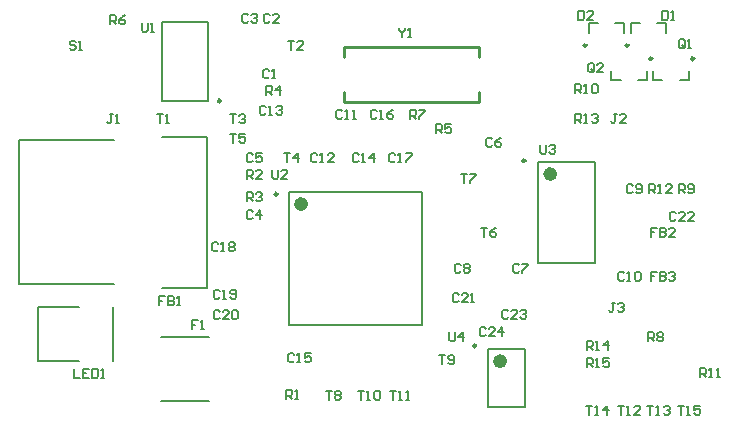
<source format=gto>
G04*
G04 #@! TF.GenerationSoftware,Altium Limited,Altium Designer,19.1.5 (86)*
G04*
G04 Layer_Color=65535*
%FSAX24Y24*%
%MOIN*%
G70*
G01*
G75*
%ADD10C,0.0236*%
%ADD11C,0.0098*%
%ADD12C,0.0079*%
%ADD13C,0.0100*%
%ADD14C,0.0060*%
D10*
X025020Y012717D02*
G03*
X025020Y012717I-000118J000000D01*
G01*
X026693Y018957D02*
G03*
X026693Y018957I-000118J000000D01*
G01*
X018386Y017953D02*
G03*
X018386Y017953I-000118J000000D01*
G01*
D11*
X024104Y013230D02*
G03*
X024104Y013230I-000049J000000D01*
G01*
X025748Y019400D02*
G03*
X025748Y019400I-000049J000000D01*
G01*
X017480Y018287D02*
G03*
X017480Y018287I-000049J000000D01*
G01*
X015591Y021391D02*
G03*
X015591Y021391I-000049J000000D01*
G01*
X029973Y022803D02*
G03*
X029973Y022803I-000049J000000D01*
G01*
X031368D02*
G03*
X031368Y022803I-000049J000000D01*
G01*
X027781Y023247D02*
G03*
X027781Y023247I-000049J000000D01*
G01*
X029181D02*
G03*
X029181Y023247I-000049J000000D01*
G01*
D12*
X024508Y011181D02*
X025728D01*
X024508Y013110D02*
X025728D01*
Y011181D02*
Y013110D01*
X024508Y011181D02*
Y013110D01*
X013593Y013513D02*
X015207D01*
X013593Y011387D02*
X015207D01*
X026181Y016004D02*
Y019350D01*
X028071Y016004D02*
Y019350D01*
X026181D02*
X028071D01*
X026181Y016004D02*
X028071D01*
X017874Y013937D02*
Y018346D01*
X022283Y013937D02*
Y018346D01*
X017874D02*
X022283D01*
X017874Y013937D02*
X022283D01*
X015168Y021381D02*
Y024019D01*
X013632Y021381D02*
Y024019D01*
Y021381D02*
X015168D01*
X013632Y024019D02*
X015168D01*
X029796Y022074D02*
Y022389D01*
X029491Y022074D02*
X029796D01*
X028615D02*
Y022389D01*
Y022074D02*
X028920D01*
X031191D02*
Y022389D01*
X030885Y022074D02*
X031191D01*
X030009D02*
Y022389D01*
Y022074D02*
X030315D01*
X008858Y020079D02*
X012047D01*
X008858Y015276D02*
Y020079D01*
Y015276D02*
X012047D01*
X013622Y015157D02*
X015118D01*
Y020197D01*
X013622D02*
X015118D01*
X009488Y012713D02*
Y014524D01*
X010866D01*
X009488Y012713D02*
X010866D01*
X011988D02*
Y014524D01*
X027859Y023661D02*
Y023976D01*
X028165D01*
X029041Y023661D02*
Y023976D01*
X028735D02*
X029041D01*
X029259Y023661D02*
Y023976D01*
X029565D01*
X030441Y023661D02*
Y023976D01*
X030135D02*
X030441D01*
D13*
X019705Y023194D02*
X024193D01*
X019705Y021344D02*
X024193D01*
X019705Y022860D02*
Y023194D01*
X024193Y022860D02*
Y023194D01*
X019705Y021344D02*
Y021679D01*
X024193Y021344D02*
Y021679D01*
D14*
X020157Y011726D02*
X020357D01*
X020257D01*
Y011426D01*
X020457D02*
X020557D01*
X020507D01*
Y011726D01*
X020457Y011676D01*
X020707D02*
X020757Y011726D01*
X020857D01*
X020907Y011676D01*
Y011476D01*
X020857Y011426D01*
X020757D01*
X020707Y011476D01*
Y011676D01*
X023209Y013686D02*
Y013436D01*
X023259Y013386D01*
X023359D01*
X023409Y013436D01*
Y013686D01*
X023659Y013386D02*
Y013686D01*
X023509Y013536D01*
X023709D01*
X024422Y013793D02*
X024372Y013843D01*
X024272D01*
X024222Y013793D01*
Y013593D01*
X024272Y013543D01*
X024372D01*
X024422Y013593D01*
X024722Y013543D02*
X024522D01*
X024722Y013743D01*
Y013793D01*
X024672Y013843D01*
X024572D01*
X024522Y013793D01*
X024972Y013543D02*
Y013843D01*
X024822Y013693D01*
X025022D01*
X030827Y011225D02*
X031027D01*
X030927D01*
Y010925D01*
X031127D02*
X031227D01*
X031177D01*
Y011225D01*
X031127Y011175D01*
X031577Y011225D02*
X031377D01*
Y011075D01*
X031477Y011125D01*
X031527D01*
X031577Y011075D01*
Y010975D01*
X031527Y010925D01*
X031427D01*
X031377Y010975D01*
X022874Y012920D02*
X023074D01*
X022974D01*
Y012620D01*
X023174Y012670D02*
X023224Y012620D01*
X023324D01*
X023374Y012670D01*
Y012870D01*
X023324Y012920D01*
X023224D01*
X023174Y012870D01*
Y012820D01*
X023224Y012770D01*
X023374D01*
X013743Y014887D02*
X013543D01*
Y014737D01*
X013643D01*
X013543D01*
Y014587D01*
X013843Y014887D02*
Y014587D01*
X013993D01*
X014043Y014637D01*
Y014687D01*
X013993Y014737D01*
X013843D01*
X013993D01*
X014043Y014787D01*
Y014837D01*
X013993Y014887D01*
X013843D01*
X014143Y014587D02*
X014243D01*
X014193D01*
Y014887D01*
X014143Y014837D01*
X026240Y019926D02*
Y019676D01*
X026290Y019626D01*
X026390D01*
X026440Y019676D01*
Y019926D01*
X026540Y019876D02*
X026590Y019926D01*
X026690D01*
X026740Y019876D01*
Y019826D01*
X026690Y019776D01*
X026640D01*
X026690D01*
X026740Y019726D01*
Y019676D01*
X026690Y019626D01*
X026590D01*
X026540Y019676D01*
X010751Y023340D02*
X010701Y023390D01*
X010601D01*
X010551Y023340D01*
Y023290D01*
X010601Y023240D01*
X010701D01*
X010751Y023191D01*
Y023141D01*
X010701Y023091D01*
X010601D01*
X010551Y023141D01*
X010851Y023091D02*
X010951D01*
X010901D01*
Y023390D01*
X010851Y023340D01*
X014826Y014079D02*
X014626D01*
Y013929D01*
X014726D01*
X014626D01*
Y013780D01*
X014926D02*
X015026D01*
X014976D01*
Y014079D01*
X014926Y014029D01*
X027795Y012520D02*
Y012820D01*
X027945D01*
X027995Y012770D01*
Y012670D01*
X027945Y012620D01*
X027795D01*
X027895D02*
X027995Y012520D01*
X028095D02*
X028195D01*
X028145D01*
Y012820D01*
X028095Y012770D01*
X028545Y012820D02*
X028345D01*
Y012670D01*
X028445Y012720D01*
X028495D01*
X028545Y012670D01*
Y012570D01*
X028495Y012520D01*
X028395D01*
X028345Y012570D01*
X027795Y013091D02*
Y013390D01*
X027945D01*
X027995Y013340D01*
Y013240D01*
X027945Y013191D01*
X027795D01*
X027895D02*
X027995Y013091D01*
X028095D02*
X028195D01*
X028145D01*
Y013390D01*
X028095Y013340D01*
X028495Y013091D02*
Y013390D01*
X028345Y013240D01*
X028545D01*
X030121Y015694D02*
X029921D01*
Y015544D01*
X030021D01*
X029921D01*
Y015394D01*
X030221Y015694D02*
Y015394D01*
X030371D01*
X030421Y015444D01*
Y015494D01*
X030371Y015544D01*
X030221D01*
X030371D01*
X030421Y015594D01*
Y015644D01*
X030371Y015694D01*
X030221D01*
X030521Y015644D02*
X030571Y015694D01*
X030671D01*
X030721Y015644D01*
Y015594D01*
X030671Y015544D01*
X030621D01*
X030671D01*
X030721Y015494D01*
Y015444D01*
X030671Y015394D01*
X030571D01*
X030521Y015444D01*
X030121Y017170D02*
X029921D01*
Y017020D01*
X030021D01*
X029921D01*
Y016870D01*
X030221Y017170D02*
Y016870D01*
X030371D01*
X030421Y016920D01*
Y016970D01*
X030371Y017020D01*
X030221D01*
X030371D01*
X030421Y017070D01*
Y017120D01*
X030371Y017170D01*
X030221D01*
X030721Y016870D02*
X030521D01*
X030721Y017070D01*
Y017120D01*
X030671Y017170D01*
X030571D01*
X030521Y017120D01*
X025179Y014384D02*
X025129Y014434D01*
X025029D01*
X024979Y014384D01*
Y014184D01*
X025029Y014134D01*
X025129D01*
X025179Y014184D01*
X025479Y014134D02*
X025279D01*
X025479Y014334D01*
Y014384D01*
X025429Y014434D01*
X025329D01*
X025279Y014384D01*
X025579D02*
X025629Y014434D01*
X025729D01*
X025779Y014384D01*
Y014334D01*
X025729Y014284D01*
X025679D01*
X025729D01*
X025779Y014234D01*
Y014184D01*
X025729Y014134D01*
X025629D01*
X025579Y014184D01*
X030751Y017651D02*
X030701Y017701D01*
X030601D01*
X030551Y017651D01*
Y017452D01*
X030601Y017402D01*
X030701D01*
X030751Y017452D01*
X031051Y017402D02*
X030851D01*
X031051Y017602D01*
Y017651D01*
X031001Y017701D01*
X030901D01*
X030851Y017651D01*
X031351Y017402D02*
X031151D01*
X031351Y017602D01*
Y017651D01*
X031301Y017701D01*
X031201D01*
X031151Y017651D01*
X027776Y011225D02*
X027976D01*
X027876D01*
Y010925D01*
X028075D02*
X028175D01*
X028125D01*
Y011225D01*
X028075Y011175D01*
X028475Y010925D02*
Y011225D01*
X028325Y011075D01*
X028525D01*
X029803Y011225D02*
X030003D01*
X029903D01*
Y010925D01*
X030103D02*
X030203D01*
X030153D01*
Y011225D01*
X030103Y011175D01*
X030353D02*
X030403Y011225D01*
X030503D01*
X030553Y011175D01*
Y011125D01*
X030503Y011075D01*
X030453D01*
X030503D01*
X030553Y011025D01*
Y010975D01*
X030503Y010925D01*
X030403D01*
X030353Y010975D01*
X028819Y011225D02*
X029019D01*
X028919D01*
Y010925D01*
X029119D02*
X029219D01*
X029169D01*
Y011225D01*
X029119Y011175D01*
X029569Y010925D02*
X029369D01*
X029569Y011125D01*
Y011175D01*
X029519Y011225D01*
X029419D01*
X029369Y011175D01*
X021217Y011726D02*
X021417D01*
X021317D01*
Y011426D01*
X021517D02*
X021617D01*
X021567D01*
Y011726D01*
X021517Y011676D01*
X021767Y011426D02*
X021867D01*
X021817D01*
Y011726D01*
X021767Y011676D01*
X019094Y011726D02*
X019294D01*
X019194D01*
Y011426D01*
X019394Y011676D02*
X019444Y011726D01*
X019544D01*
X019594Y011676D01*
Y011626D01*
X019544Y011576D01*
X019594Y011526D01*
Y011476D01*
X019544Y011426D01*
X019444D01*
X019394Y011476D01*
Y011526D01*
X019444Y011576D01*
X019394Y011626D01*
Y011676D01*
X019444Y011576D02*
X019544D01*
X023593Y018961D02*
X023792D01*
X023692D01*
Y018661D01*
X023892Y018961D02*
X024092D01*
Y018911D01*
X023892Y018711D01*
Y018661D01*
X024281Y017170D02*
X024481D01*
X024381D01*
Y016870D01*
X024781Y017170D02*
X024681Y017120D01*
X024581Y017020D01*
Y016920D01*
X024631Y016870D01*
X024731D01*
X024781Y016920D01*
Y016970D01*
X024731Y017020D01*
X024581D01*
X015906Y020950D02*
X016105D01*
X016005D01*
Y020650D01*
X016205Y020900D02*
X016255Y020950D01*
X016355D01*
X016405Y020900D01*
Y020850D01*
X016355Y020800D01*
X016305D01*
X016355D01*
X016405Y020750D01*
Y020700D01*
X016355Y020650D01*
X016255D01*
X016205Y020700D01*
X017835Y023390D02*
X018035D01*
X017935D01*
Y023091D01*
X018334D02*
X018135D01*
X018334Y023290D01*
Y023340D01*
X018284Y023390D01*
X018185D01*
X018135Y023340D01*
X013450Y020950D02*
X013650D01*
X013550D01*
Y020650D01*
X013750D02*
X013850D01*
X013800D01*
Y020950D01*
X013750Y020900D01*
X015906Y020300D02*
X016105D01*
X016005D01*
Y020000D01*
X016405Y020300D02*
X016205D01*
Y020150D01*
X016305Y020200D01*
X016355D01*
X016405Y020150D01*
Y020050D01*
X016355Y020000D01*
X016255D01*
X016205Y020050D01*
X017700Y019650D02*
X017900D01*
X017800D01*
Y019350D01*
X018150D02*
Y019650D01*
X018000Y019500D01*
X018200D01*
X028035Y022392D02*
Y022592D01*
X027985Y022642D01*
X027885D01*
X027835Y022592D01*
Y022392D01*
X027885Y022343D01*
X027985D01*
X027935Y022442D02*
X028035Y022343D01*
X027985D02*
X028035Y022392D01*
X028334Y022343D02*
X028135D01*
X028334Y022542D01*
Y022592D01*
X028284Y022642D01*
X028185D01*
X028135Y022592D01*
X017776Y011457D02*
Y011757D01*
X017926D01*
X017976Y011707D01*
Y011607D01*
X017926Y011557D01*
X017776D01*
X017876D02*
X017976Y011457D01*
X018075D02*
X018175D01*
X018125D01*
Y011757D01*
X018075Y011707D01*
X010700Y012457D02*
Y012157D01*
X010900D01*
X011200Y012457D02*
X011000D01*
Y012157D01*
X011200D01*
X011000Y012307D02*
X011100D01*
X011300Y012457D02*
Y012157D01*
X011450D01*
X011500Y012207D01*
Y012407D01*
X011450Y012457D01*
X011300D01*
X011600Y012157D02*
X011700D01*
X011650D01*
Y012457D01*
X011600Y012407D01*
X021549Y023819D02*
Y023769D01*
X021649Y023669D01*
X021749Y023769D01*
Y023819D01*
X021649Y023669D02*
Y023519D01*
X021849D02*
X021949D01*
X021899D01*
Y023819D01*
X021849Y023769D01*
X017300Y019100D02*
Y018850D01*
X017350Y018800D01*
X017450D01*
X017500Y018850D01*
Y019100D01*
X017800Y018800D02*
X017600D01*
X017800Y019000D01*
Y019050D01*
X017750Y019100D01*
X017650D01*
X017600Y019050D01*
X012962Y024000D02*
Y023750D01*
X013012Y023700D01*
X013112D01*
X013162Y023750D01*
Y024000D01*
X013262Y023700D02*
X013362D01*
X013312D01*
Y024000D01*
X013262Y023950D01*
X027402Y020669D02*
Y020969D01*
X027552D01*
X027602Y020919D01*
Y020819D01*
X027552Y020769D01*
X027402D01*
X027502D02*
X027602Y020669D01*
X027701D02*
X027801D01*
X027751D01*
Y020969D01*
X027701Y020919D01*
X027951D02*
X028001Y020969D01*
X028101D01*
X028151Y020919D01*
Y020869D01*
X028101Y020819D01*
X028051D01*
X028101D01*
X028151Y020769D01*
Y020719D01*
X028101Y020669D01*
X028001D01*
X027951Y020719D01*
X029882Y018317D02*
Y018617D01*
X030032D01*
X030082Y018567D01*
Y018467D01*
X030032Y018417D01*
X029882D01*
X029982D02*
X030082Y018317D01*
X030182D02*
X030282D01*
X030232D01*
Y018617D01*
X030182Y018567D01*
X030632Y018317D02*
X030432D01*
X030632Y018517D01*
Y018567D01*
X030582Y018617D01*
X030482D01*
X030432Y018567D01*
X031575Y012185D02*
Y012485D01*
X031725D01*
X031775Y012435D01*
Y012335D01*
X031725Y012285D01*
X031575D01*
X031675D02*
X031775Y012185D01*
X031875D02*
X031975D01*
X031925D01*
Y012485D01*
X031875Y012435D01*
X032125Y012185D02*
X032225D01*
X032175D01*
Y012485D01*
X032125Y012435D01*
X027402Y021654D02*
Y021953D01*
X027552D01*
X027602Y021903D01*
Y021803D01*
X027552Y021754D01*
X027402D01*
X027502D02*
X027602Y021654D01*
X027701D02*
X027801D01*
X027751D01*
Y021953D01*
X027701Y021903D01*
X027951D02*
X028001Y021953D01*
X028101D01*
X028151Y021903D01*
Y021704D01*
X028101Y021654D01*
X028001D01*
X027951Y021704D01*
Y021903D01*
X030850Y018317D02*
Y018617D01*
X031000D01*
X031050Y018567D01*
Y018467D01*
X031000Y018417D01*
X030850D01*
X030950D02*
X031050Y018317D01*
X031150Y018367D02*
X031200Y018317D01*
X031300D01*
X031350Y018367D01*
Y018567D01*
X031300Y018617D01*
X031200D01*
X031150Y018567D01*
Y018517D01*
X031200Y018467D01*
X031350D01*
X029843Y013386D02*
Y013686D01*
X029992D01*
X030042Y013636D01*
Y013536D01*
X029992Y013486D01*
X029843D01*
X029942D02*
X030042Y013386D01*
X030142Y013636D02*
X030192Y013686D01*
X030292D01*
X030342Y013636D01*
Y013586D01*
X030292Y013536D01*
X030342Y013486D01*
Y013436D01*
X030292Y013386D01*
X030192D01*
X030142Y013436D01*
Y013486D01*
X030192Y013536D01*
X030142Y013586D01*
Y013636D01*
X030192Y013536D02*
X030292D01*
X021909Y020800D02*
Y021100D01*
X022059D01*
X022109Y021050D01*
Y020950D01*
X022059Y020900D01*
X021909D01*
X022009D02*
X022109Y020800D01*
X022209Y021100D02*
X022409D01*
Y021050D01*
X022209Y020850D01*
Y020800D01*
X011900Y023950D02*
Y024250D01*
X012050D01*
X012100Y024200D01*
Y024100D01*
X012050Y024050D01*
X011900D01*
X012000D02*
X012100Y023950D01*
X012400Y024250D02*
X012300Y024200D01*
X012200Y024100D01*
Y024000D01*
X012250Y023950D01*
X012350D01*
X012400Y024000D01*
Y024050D01*
X012350Y024100D01*
X012200D01*
X022776Y020315D02*
Y020615D01*
X022926D01*
X022976Y020565D01*
Y020465D01*
X022926Y020415D01*
X022776D01*
X022876D02*
X022976Y020315D01*
X023275Y020615D02*
X023075D01*
Y020465D01*
X023175Y020515D01*
X023225D01*
X023275Y020465D01*
Y020365D01*
X023225Y020315D01*
X023125D01*
X023075Y020365D01*
X017100Y021600D02*
Y021900D01*
X017250D01*
X017300Y021850D01*
Y021750D01*
X017250Y021700D01*
X017100D01*
X017200D02*
X017300Y021600D01*
X017550D02*
Y021900D01*
X017400Y021750D01*
X017600D01*
X016450Y018050D02*
Y018350D01*
X016600D01*
X016650Y018300D01*
Y018200D01*
X016600Y018150D01*
X016450D01*
X016550D02*
X016650Y018050D01*
X016750Y018300D02*
X016800Y018350D01*
X016900D01*
X016950Y018300D01*
Y018250D01*
X016900Y018200D01*
X016850D01*
X016900D01*
X016950Y018150D01*
Y018100D01*
X016900Y018050D01*
X016800D01*
X016750Y018100D01*
X016450Y018800D02*
Y019100D01*
X016600D01*
X016650Y019050D01*
Y018950D01*
X016600Y018900D01*
X016450D01*
X016550D02*
X016650Y018800D01*
X016950D02*
X016750D01*
X016950Y019000D01*
Y019050D01*
X016900Y019100D01*
X016800D01*
X016750Y019050D01*
X031050Y023200D02*
Y023400D01*
X031000Y023450D01*
X030900D01*
X030850Y023400D01*
Y023200D01*
X030900Y023150D01*
X031000D01*
X030950Y023250D02*
X031050Y023150D01*
X031000D02*
X031050Y023200D01*
X031150Y023150D02*
X031250D01*
X031200D01*
Y023450D01*
X031150Y023400D01*
X028724Y014670D02*
X028624D01*
X028674D01*
Y014420D01*
X028624Y014370D01*
X028574D01*
X028524Y014420D01*
X028824Y014620D02*
X028874Y014670D01*
X028973D01*
X029023Y014620D01*
Y014570D01*
X028973Y014520D01*
X028923D01*
X028973D01*
X029023Y014470D01*
Y014420D01*
X028973Y014370D01*
X028874D01*
X028824Y014420D01*
X028783Y020969D02*
X028683D01*
X028733D01*
Y020719D01*
X028683Y020669D01*
X028633D01*
X028583Y020719D01*
X029083Y020669D02*
X028883D01*
X029083Y020869D01*
Y020919D01*
X029033Y020969D01*
X028933D01*
X028883Y020919D01*
X011991Y020950D02*
X011891D01*
X011941D01*
Y020700D01*
X011891Y020650D01*
X011841D01*
X011791Y020700D01*
X012091Y020650D02*
X012191D01*
X012141D01*
Y020950D01*
X012091Y020900D01*
X027500Y024400D02*
Y024100D01*
X027650D01*
X027700Y024150D01*
Y024350D01*
X027650Y024400D01*
X027500D01*
X028000Y024100D02*
X027800D01*
X028000Y024300D01*
Y024350D01*
X027950Y024400D01*
X027850D01*
X027800Y024350D01*
X030315Y024400D02*
Y024100D01*
X030465D01*
X030515Y024150D01*
Y024350D01*
X030465Y024400D01*
X030315D01*
X030614Y024100D02*
X030714D01*
X030664D01*
Y024400D01*
X030614Y024350D01*
X017217Y024250D02*
X017167Y024300D01*
X017067D01*
X017017Y024250D01*
Y024050D01*
X017067Y024000D01*
X017167D01*
X017217Y024050D01*
X017517Y024000D02*
X017317D01*
X017517Y024200D01*
Y024250D01*
X017467Y024300D01*
X017367D01*
X017317Y024250D01*
X023517Y014924D02*
X023467Y014974D01*
X023367D01*
X023317Y014924D01*
Y014724D01*
X023367Y014674D01*
X023467D01*
X023517Y014724D01*
X023817Y014674D02*
X023617D01*
X023817Y014874D01*
Y014924D01*
X023767Y014974D01*
X023667D01*
X023617Y014924D01*
X023917Y014674D02*
X024017D01*
X023967D01*
Y014974D01*
X023917Y014924D01*
X015550Y014368D02*
X015500Y014418D01*
X015400D01*
X015350Y014368D01*
Y014168D01*
X015400Y014118D01*
X015500D01*
X015550Y014168D01*
X015850Y014118D02*
X015650D01*
X015850Y014318D01*
Y014368D01*
X015800Y014418D01*
X015700D01*
X015650Y014368D01*
X015950D02*
X016000Y014418D01*
X016100D01*
X016150Y014368D01*
Y014168D01*
X016100Y014118D01*
X016000D01*
X015950Y014168D01*
Y014368D01*
X015550Y015050D02*
X015500Y015100D01*
X015400D01*
X015350Y015050D01*
Y014850D01*
X015400Y014800D01*
X015500D01*
X015550Y014850D01*
X015650Y014800D02*
X015750D01*
X015700D01*
Y015100D01*
X015650Y015050D01*
X015900Y014850D02*
X015950Y014800D01*
X016050D01*
X016100Y014850D01*
Y015050D01*
X016050Y015100D01*
X015950D01*
X015900Y015050D01*
Y015000D01*
X015950Y014950D01*
X016100D01*
X015515Y016628D02*
X015465Y016678D01*
X015365D01*
X015315Y016628D01*
Y016428D01*
X015365Y016378D01*
X015465D01*
X015515Y016428D01*
X015615Y016378D02*
X015715D01*
X015665D01*
Y016678D01*
X015615Y016628D01*
X015865D02*
X015915Y016678D01*
X016015D01*
X016065Y016628D01*
Y016578D01*
X016015Y016528D01*
X016065Y016478D01*
Y016428D01*
X016015Y016378D01*
X015915D01*
X015865Y016428D01*
Y016478D01*
X015915Y016528D01*
X015865Y016578D01*
Y016628D01*
X015915Y016528D02*
X016015D01*
X021401Y019600D02*
X021351Y019650D01*
X021251D01*
X021201Y019600D01*
Y019400D01*
X021251Y019350D01*
X021351D01*
X021401Y019400D01*
X021501Y019350D02*
X021601D01*
X021551D01*
Y019650D01*
X021501Y019600D01*
X021751Y019650D02*
X021951D01*
Y019600D01*
X021751Y019400D01*
Y019350D01*
X020790Y021050D02*
X020740Y021100D01*
X020641D01*
X020591Y021050D01*
Y020850D01*
X020641Y020800D01*
X020740D01*
X020790Y020850D01*
X020890Y020800D02*
X020990D01*
X020940D01*
Y021100D01*
X020890Y021050D01*
X021340Y021100D02*
X021240Y021050D01*
X021140Y020950D01*
Y020850D01*
X021190Y020800D01*
X021290D01*
X021340Y020850D01*
Y020900D01*
X021290Y020950D01*
X021140D01*
X018035Y012929D02*
X017985Y012979D01*
X017885D01*
X017835Y012929D01*
Y012729D01*
X017885Y012679D01*
X017985D01*
X018035Y012729D01*
X018135Y012679D02*
X018235D01*
X018185D01*
Y012979D01*
X018135Y012929D01*
X018584Y012979D02*
X018384D01*
Y012829D01*
X018484Y012879D01*
X018534D01*
X018584Y012829D01*
Y012729D01*
X018534Y012679D01*
X018434D01*
X018384Y012729D01*
X020189Y019600D02*
X020139Y019650D01*
X020039D01*
X019989Y019600D01*
Y019400D01*
X020039Y019350D01*
X020139D01*
X020189Y019400D01*
X020289Y019350D02*
X020389D01*
X020339D01*
Y019650D01*
X020289Y019600D01*
X020689Y019350D02*
Y019650D01*
X020539Y019500D01*
X020739D01*
X017090Y021176D02*
X017040Y021226D01*
X016940D01*
X016890Y021176D01*
Y020976D01*
X016940Y020926D01*
X017040D01*
X017090Y020976D01*
X017190Y020926D02*
X017290D01*
X017240D01*
Y021226D01*
X017190Y021176D01*
X017440D02*
X017490Y021226D01*
X017590D01*
X017640Y021176D01*
Y021126D01*
X017590Y021076D01*
X017540D01*
X017590D01*
X017640Y021026D01*
Y020976D01*
X017590Y020926D01*
X017490D01*
X017440Y020976D01*
X018812Y019606D02*
X018762Y019656D01*
X018662D01*
X018612Y019606D01*
Y019406D01*
X018662Y019356D01*
X018762D01*
X018812Y019406D01*
X018912Y019356D02*
X019012D01*
X018962D01*
Y019656D01*
X018912Y019606D01*
X019362Y019356D02*
X019162D01*
X019362Y019556D01*
Y019606D01*
X019312Y019656D01*
X019212D01*
X019162Y019606D01*
X019649Y021050D02*
X019599Y021100D01*
X019499D01*
X019449Y021050D01*
Y020850D01*
X019499Y020800D01*
X019599D01*
X019649Y020850D01*
X019749Y020800D02*
X019849D01*
X019799D01*
Y021100D01*
X019749Y021050D01*
X019999Y020800D02*
X020099D01*
X020049D01*
Y021100D01*
X019999Y021050D01*
X029039Y015644D02*
X028989Y015694D01*
X028889D01*
X028839Y015644D01*
Y015444D01*
X028889Y015394D01*
X028989D01*
X029039Y015444D01*
X029138Y015394D02*
X029238D01*
X029188D01*
Y015694D01*
X029138Y015644D01*
X029388D02*
X029438Y015694D01*
X029538D01*
X029588Y015644D01*
Y015444D01*
X029538Y015394D01*
X029438D01*
X029388Y015444D01*
Y015644D01*
X029331Y018567D02*
X029281Y018617D01*
X029181D01*
X029132Y018567D01*
Y018367D01*
X029181Y018317D01*
X029281D01*
X029331Y018367D01*
X029431D02*
X029481Y018317D01*
X029581D01*
X029631Y018367D01*
Y018567D01*
X029581Y018617D01*
X029481D01*
X029431Y018567D01*
Y018517D01*
X029481Y018467D01*
X029631D01*
X023586Y015919D02*
X023536Y015969D01*
X023436D01*
X023386Y015919D01*
Y015719D01*
X023436Y015669D01*
X023536D01*
X023586Y015719D01*
X023686Y015919D02*
X023736Y015969D01*
X023836D01*
X023886Y015919D01*
Y015869D01*
X023836Y015819D01*
X023886Y015769D01*
Y015719D01*
X023836Y015669D01*
X023736D01*
X023686Y015719D01*
Y015769D01*
X023736Y015819D01*
X023686Y015869D01*
Y015919D01*
X023736Y015819D02*
X023836D01*
X025535Y015919D02*
X025485Y015969D01*
X025385D01*
X025335Y015919D01*
Y015719D01*
X025385Y015669D01*
X025485D01*
X025535Y015719D01*
X025635Y015969D02*
X025834D01*
Y015919D01*
X025635Y015719D01*
Y015669D01*
X024649Y020112D02*
X024599Y020162D01*
X024499D01*
X024449Y020112D01*
Y019912D01*
X024499Y019862D01*
X024599D01*
X024649Y019912D01*
X024949Y020162D02*
X024849Y020112D01*
X024749Y020012D01*
Y019912D01*
X024799Y019862D01*
X024899D01*
X024949Y019912D01*
Y019962D01*
X024899Y020012D01*
X024749D01*
X016650Y019600D02*
X016600Y019650D01*
X016500D01*
X016450Y019600D01*
Y019400D01*
X016500Y019350D01*
X016600D01*
X016650Y019400D01*
X016950Y019650D02*
X016750D01*
Y019500D01*
X016850Y019550D01*
X016900D01*
X016950Y019500D01*
Y019400D01*
X016900Y019350D01*
X016800D01*
X016750Y019400D01*
X016650Y017700D02*
X016600Y017750D01*
X016500D01*
X016450Y017700D01*
Y017500D01*
X016500Y017450D01*
X016600D01*
X016650Y017500D01*
X016900Y017450D02*
Y017750D01*
X016750Y017600D01*
X016950D01*
X016500Y024250D02*
X016450Y024300D01*
X016350D01*
X016300Y024250D01*
Y024050D01*
X016350Y024000D01*
X016450D01*
X016500Y024050D01*
X016600Y024250D02*
X016650Y024300D01*
X016750D01*
X016800Y024250D01*
Y024200D01*
X016750Y024150D01*
X016700D01*
X016750D01*
X016800Y024100D01*
Y024050D01*
X016750Y024000D01*
X016650D01*
X016600Y024050D01*
X017200Y022400D02*
X017150Y022450D01*
X017050D01*
X017000Y022400D01*
Y022200D01*
X017050Y022150D01*
X017150D01*
X017200Y022200D01*
X017300Y022150D02*
X017400D01*
X017350D01*
Y022450D01*
X017300Y022400D01*
M02*

</source>
